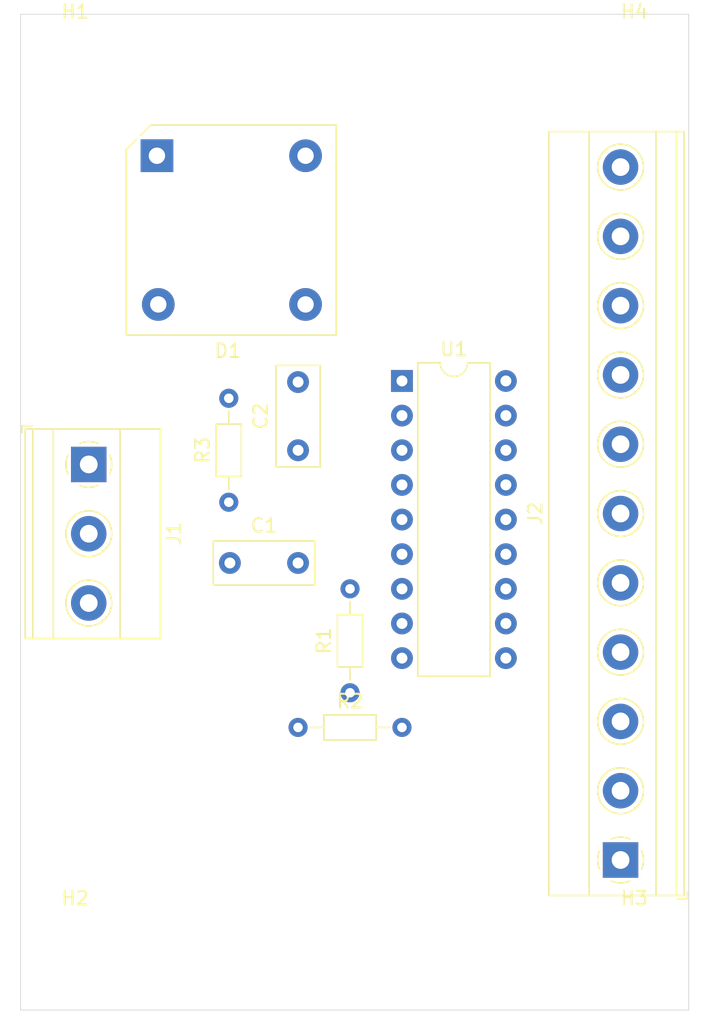
<source format=kicad_pcb>
(kicad_pcb (version 20171130) (host pcbnew "(5.1.9)-1")

  (general
    (thickness 1.6)
    (drawings 4)
    (tracks 0)
    (zones 0)
    (modules 13)
    (nets 1)
  )

  (page A4)
  (layers
    (0 F.Cu signal)
    (31 B.Cu signal)
    (32 B.Adhes user)
    (33 F.Adhes user)
    (34 B.Paste user)
    (35 F.Paste user)
    (36 B.SilkS user)
    (37 F.SilkS user)
    (38 B.Mask user)
    (39 F.Mask user)
    (40 Dwgs.User user)
    (41 Cmts.User user)
    (42 Eco1.User user)
    (43 Eco2.User user)
    (44 Edge.Cuts user)
    (45 Margin user)
    (46 B.CrtYd user)
    (47 F.CrtYd user)
    (48 B.Fab user)
    (49 F.Fab user)
  )

  (setup
    (last_trace_width 0.25)
    (trace_clearance 0.2)
    (zone_clearance 0.508)
    (zone_45_only no)
    (trace_min 0.2)
    (via_size 0.8)
    (via_drill 0.4)
    (via_min_size 0.4)
    (via_min_drill 0.3)
    (uvia_size 0.3)
    (uvia_drill 0.1)
    (uvias_allowed no)
    (uvia_min_size 0.2)
    (uvia_min_drill 0.1)
    (edge_width 0.05)
    (segment_width 0.2)
    (pcb_text_width 0.3)
    (pcb_text_size 1.5 1.5)
    (mod_edge_width 0.12)
    (mod_text_size 1 1)
    (mod_text_width 0.15)
    (pad_size 1.524 1.524)
    (pad_drill 0.762)
    (pad_to_mask_clearance 0)
    (aux_axis_origin 0 0)
    (visible_elements 7FFFFFFF)
    (pcbplotparams
      (layerselection 0x010fc_ffffffff)
      (usegerberextensions false)
      (usegerberattributes true)
      (usegerberadvancedattributes true)
      (creategerberjobfile true)
      (excludeedgelayer true)
      (linewidth 0.100000)
      (plotframeref false)
      (viasonmask false)
      (mode 1)
      (useauxorigin false)
      (hpglpennumber 1)
      (hpglpenspeed 20)
      (hpglpendiameter 15.000000)
      (psnegative false)
      (psa4output false)
      (plotreference true)
      (plotvalue true)
      (plotinvisibletext false)
      (padsonsilk false)
      (subtractmaskfromsilk false)
      (outputformat 1)
      (mirror false)
      (drillshape 1)
      (scaleselection 1)
      (outputdirectory ""))
  )

  (net 0 "")

  (net_class Default "This is the default net class."
    (clearance 0.2)
    (trace_width 0.25)
    (via_dia 0.8)
    (via_drill 0.4)
    (uvia_dia 0.3)
    (uvia_drill 0.1)
  )

  (module Capacitor_THT:C_Rect_L7.2mm_W3.0mm_P5.00mm_FKS2_FKP2_MKS2_MKP2 (layer F.Cu) (tedit 5AE50EF0) (tstamp 60175A6E)
    (at 128.35 69.225001)
    (descr "C, Rect series, Radial, pin pitch=5.00mm, , length*width=7.2*3.0mm^2, Capacitor, http://www.wima.com/EN/WIMA_FKS_2.pdf")
    (tags "C Rect series Radial pin pitch 5.00mm  length 7.2mm width 3.0mm Capacitor")
    (path /60204961)
    (fp_text reference C1 (at 2.5 -2.75) (layer F.SilkS)
      (effects (font (size 1 1) (thickness 0.15)))
    )
    (fp_text value CAP (at 2.5 2.75) (layer F.Fab)
      (effects (font (size 1 1) (thickness 0.15)))
    )
    (fp_line (start 6.35 -1.75) (end -1.35 -1.75) (layer F.CrtYd) (width 0.05))
    (fp_line (start 6.35 1.75) (end 6.35 -1.75) (layer F.CrtYd) (width 0.05))
    (fp_line (start -1.35 1.75) (end 6.35 1.75) (layer F.CrtYd) (width 0.05))
    (fp_line (start -1.35 -1.75) (end -1.35 1.75) (layer F.CrtYd) (width 0.05))
    (fp_line (start 6.22 -1.62) (end 6.22 1.62) (layer F.SilkS) (width 0.12))
    (fp_line (start -1.22 -1.62) (end -1.22 1.62) (layer F.SilkS) (width 0.12))
    (fp_line (start -1.22 1.62) (end 6.22 1.62) (layer F.SilkS) (width 0.12))
    (fp_line (start -1.22 -1.62) (end 6.22 -1.62) (layer F.SilkS) (width 0.12))
    (fp_line (start 6.1 -1.5) (end -1.1 -1.5) (layer F.Fab) (width 0.1))
    (fp_line (start 6.1 1.5) (end 6.1 -1.5) (layer F.Fab) (width 0.1))
    (fp_line (start -1.1 1.5) (end 6.1 1.5) (layer F.Fab) (width 0.1))
    (fp_line (start -1.1 -1.5) (end -1.1 1.5) (layer F.Fab) (width 0.1))
    (fp_text user %R (at 2.5 0) (layer F.Fab)
      (effects (font (size 1 1) (thickness 0.15)))
    )
    (pad 2 thru_hole circle (at 5 0) (size 1.6 1.6) (drill 0.8) (layers *.Cu *.Mask))
    (pad 1 thru_hole circle (at 0 0) (size 1.6 1.6) (drill 0.8) (layers *.Cu *.Mask))
    (model ${KISYS3DMOD}/Capacitor_THT.3dshapes/C_Rect_L7.2mm_W3.0mm_P5.00mm_FKS2_FKP2_MKS2_MKP2.wrl
      (at (xyz 0 0 0))
      (scale (xyz 1 1 1))
      (rotate (xyz 0 0 0))
    )
  )

  (module Capacitor_THT:C_Rect_L7.2mm_W3.0mm_P5.00mm_FKS2_FKP2_MKS2_MKP2 (layer F.Cu) (tedit 5AE50EF0) (tstamp 60175A81)
    (at 133.35 60.96 90)
    (descr "C, Rect series, Radial, pin pitch=5.00mm, , length*width=7.2*3.0mm^2, Capacitor, http://www.wima.com/EN/WIMA_FKS_2.pdf")
    (tags "C Rect series Radial pin pitch 5.00mm  length 7.2mm width 3.0mm Capacitor")
    (path /602036F7)
    (fp_text reference C2 (at 2.5 -2.75 90) (layer F.SilkS)
      (effects (font (size 1 1) (thickness 0.15)))
    )
    (fp_text value CAP (at 2.5 2.75 90) (layer F.Fab)
      (effects (font (size 1 1) (thickness 0.15)))
    )
    (fp_line (start -1.1 -1.5) (end -1.1 1.5) (layer F.Fab) (width 0.1))
    (fp_line (start -1.1 1.5) (end 6.1 1.5) (layer F.Fab) (width 0.1))
    (fp_line (start 6.1 1.5) (end 6.1 -1.5) (layer F.Fab) (width 0.1))
    (fp_line (start 6.1 -1.5) (end -1.1 -1.5) (layer F.Fab) (width 0.1))
    (fp_line (start -1.22 -1.62) (end 6.22 -1.62) (layer F.SilkS) (width 0.12))
    (fp_line (start -1.22 1.62) (end 6.22 1.62) (layer F.SilkS) (width 0.12))
    (fp_line (start -1.22 -1.62) (end -1.22 1.62) (layer F.SilkS) (width 0.12))
    (fp_line (start 6.22 -1.62) (end 6.22 1.62) (layer F.SilkS) (width 0.12))
    (fp_line (start -1.35 -1.75) (end -1.35 1.75) (layer F.CrtYd) (width 0.05))
    (fp_line (start -1.35 1.75) (end 6.35 1.75) (layer F.CrtYd) (width 0.05))
    (fp_line (start 6.35 1.75) (end 6.35 -1.75) (layer F.CrtYd) (width 0.05))
    (fp_line (start 6.35 -1.75) (end -1.35 -1.75) (layer F.CrtYd) (width 0.05))
    (fp_text user %R (at 2.5 0 90) (layer F.Fab)
      (effects (font (size 1 1) (thickness 0.15)))
    )
    (pad 1 thru_hole circle (at 0 0 90) (size 1.6 1.6) (drill 0.8) (layers *.Cu *.Mask))
    (pad 2 thru_hole circle (at 5 0 90) (size 1.6 1.6) (drill 0.8) (layers *.Cu *.Mask))
    (model ${KISYS3DMOD}/Capacitor_THT.3dshapes/C_Rect_L7.2mm_W3.0mm_P5.00mm_FKS2_FKP2_MKS2_MKP2.wrl
      (at (xyz 0 0 0))
      (scale (xyz 1 1 1))
      (rotate (xyz 0 0 0))
    )
  )

  (module Diode_THT:Diode_Bridge_15.1x15.1x6.3mm_P10.9mm (layer F.Cu) (tedit 5A50BF8C) (tstamp 60175A9A)
    (at 123 39.37)
    (descr "Single phase bridge rectifier case 15.1x15.1mm, pitch 10.9mm, see https://diotec.com/tl_files/diotec/files/pdf/datasheets/pb1000.pdf")
    (tags "Diode Bridge PB10xxS")
    (path /601FF0E8)
    (fp_text reference D1 (at 5.2 14.3 180) (layer F.SilkS)
      (effects (font (size 1 1) (thickness 0.15)))
    )
    (fp_text value D_Bridge_+-AA (at 5.2 -3.2 180) (layer F.Fab)
      (effects (font (size 1 1) (thickness 0.15)))
    )
    (fp_line (start -2.25 13.15) (end -2.25 -0.45) (layer F.SilkS) (width 0.12))
    (fp_line (start 13.15 13.15) (end -2.25 13.15) (layer F.SilkS) (width 0.12))
    (fp_line (start 13.15 -2.25) (end 13.15 13.15) (layer F.SilkS) (width 0.12))
    (fp_line (start -0.45 -2.25) (end 13.15 -2.25) (layer F.SilkS) (width 0.12))
    (fp_line (start -1.2 -1.5) (end -0.45 -2.25) (layer F.SilkS) (width 0.12))
    (fp_line (start -2.25 -0.45) (end -1.5 -1.2) (layer F.SilkS) (width 0.12))
    (fp_line (start -0.5 -2.35) (end 13.3 -2.35) (layer F.CrtYd) (width 0.05))
    (fp_line (start -2.35 -0.5) (end -0.5 -2.35) (layer F.CrtYd) (width 0.05))
    (fp_line (start -2.35 13.3) (end -2.35 -0.5) (layer F.CrtYd) (width 0.05))
    (fp_line (start 13.3 13.3) (end -2.35 13.3) (layer F.CrtYd) (width 0.05))
    (fp_line (start 13.3 -2.35) (end 13.3 13.3) (layer F.CrtYd) (width 0.05))
    (fp_line (start -2.1 13) (end -2.1 -0.45) (layer F.Fab) (width 0.12))
    (fp_line (start 13 13) (end -2.1 13) (layer F.Fab) (width 0.12))
    (fp_line (start 13 -2.1) (end 13 13) (layer F.Fab) (width 0.12))
    (fp_line (start -0.45 -2.1) (end 13 -2.1) (layer F.Fab) (width 0.12))
    (fp_line (start -2.1 -0.45) (end -0.45 -2.1) (layer F.Fab) (width 0.12))
    (fp_text user %R (at 5.2 5.415 180) (layer F.Fab)
      (effects (font (size 1 1) (thickness 0.15)))
    )
    (pad 3 thru_hole circle (at 10.9 10.9 180) (size 2.4 2.4) (drill 1.2) (layers *.Cu *.Mask))
    (pad 4 thru_hole circle (at 10.9 0 180) (size 2.4 2.4) (drill 1.2) (layers *.Cu *.Mask))
    (pad 1 thru_hole rect (at 0 0 180) (size 2.4 2.4) (drill 1.2) (layers *.Cu *.Mask))
    (pad 2 thru_hole circle (at 0.1 10.9 180) (size 2.4 2.4) (drill 1.2) (layers *.Cu *.Mask))
    (model ${KISYS3DMOD}/Diode_THT.3dshapes/Diode_Bridge_15.1x15.1x6.3mm_P10.9mm.wrl
      (at (xyz 0 0 0))
      (scale (xyz 1 1 1))
      (rotate (xyz 0 0 0))
    )
  )

  (module Resistor_THT:R_Axial_DIN0204_L3.6mm_D1.6mm_P7.62mm_Horizontal (layer F.Cu) (tedit 5AE5139B) (tstamp 60175B34)
    (at 137.16 78.74 90)
    (descr "Resistor, Axial_DIN0204 series, Axial, Horizontal, pin pitch=7.62mm, 0.167W, length*diameter=3.6*1.6mm^2, http://cdn-reichelt.de/documents/datenblatt/B400/1_4W%23YAG.pdf")
    (tags "Resistor Axial_DIN0204 series Axial Horizontal pin pitch 7.62mm 0.167W length 3.6mm diameter 1.6mm")
    (path /60201D80)
    (fp_text reference R1 (at 3.81 -1.92 90) (layer F.SilkS)
      (effects (font (size 1 1) (thickness 0.15)))
    )
    (fp_text value R (at 3.81 1.92 90) (layer F.Fab)
      (effects (font (size 1 1) (thickness 0.15)))
    )
    (fp_line (start 2.01 -0.8) (end 2.01 0.8) (layer F.Fab) (width 0.1))
    (fp_line (start 2.01 0.8) (end 5.61 0.8) (layer F.Fab) (width 0.1))
    (fp_line (start 5.61 0.8) (end 5.61 -0.8) (layer F.Fab) (width 0.1))
    (fp_line (start 5.61 -0.8) (end 2.01 -0.8) (layer F.Fab) (width 0.1))
    (fp_line (start 0 0) (end 2.01 0) (layer F.Fab) (width 0.1))
    (fp_line (start 7.62 0) (end 5.61 0) (layer F.Fab) (width 0.1))
    (fp_line (start 1.89 -0.92) (end 1.89 0.92) (layer F.SilkS) (width 0.12))
    (fp_line (start 1.89 0.92) (end 5.73 0.92) (layer F.SilkS) (width 0.12))
    (fp_line (start 5.73 0.92) (end 5.73 -0.92) (layer F.SilkS) (width 0.12))
    (fp_line (start 5.73 -0.92) (end 1.89 -0.92) (layer F.SilkS) (width 0.12))
    (fp_line (start 0.94 0) (end 1.89 0) (layer F.SilkS) (width 0.12))
    (fp_line (start 6.68 0) (end 5.73 0) (layer F.SilkS) (width 0.12))
    (fp_line (start -0.95 -1.05) (end -0.95 1.05) (layer F.CrtYd) (width 0.05))
    (fp_line (start -0.95 1.05) (end 8.57 1.05) (layer F.CrtYd) (width 0.05))
    (fp_line (start 8.57 1.05) (end 8.57 -1.05) (layer F.CrtYd) (width 0.05))
    (fp_line (start 8.57 -1.05) (end -0.95 -1.05) (layer F.CrtYd) (width 0.05))
    (fp_text user %R (at 3.81 0 90) (layer F.Fab)
      (effects (font (size 0.72 0.72) (thickness 0.108)))
    )
    (pad 1 thru_hole circle (at 0 0 90) (size 1.4 1.4) (drill 0.7) (layers *.Cu *.Mask))
    (pad 2 thru_hole oval (at 7.62 0 90) (size 1.4 1.4) (drill 0.7) (layers *.Cu *.Mask))
    (model ${KISYS3DMOD}/Resistor_THT.3dshapes/R_Axial_DIN0204_L3.6mm_D1.6mm_P7.62mm_Horizontal.wrl
      (at (xyz 0 0 0))
      (scale (xyz 1 1 1))
      (rotate (xyz 0 0 0))
    )
  )

  (module Resistor_THT:R_Axial_DIN0204_L3.6mm_D1.6mm_P7.62mm_Horizontal (layer F.Cu) (tedit 5AE5139B) (tstamp 60175B4B)
    (at 133.35 81.28)
    (descr "Resistor, Axial_DIN0204 series, Axial, Horizontal, pin pitch=7.62mm, 0.167W, length*diameter=3.6*1.6mm^2, http://cdn-reichelt.de/documents/datenblatt/B400/1_4W%23YAG.pdf")
    (tags "Resistor Axial_DIN0204 series Axial Horizontal pin pitch 7.62mm 0.167W length 3.6mm diameter 1.6mm")
    (path /6020346E)
    (fp_text reference R2 (at 3.81 -1.92) (layer F.SilkS)
      (effects (font (size 1 1) (thickness 0.15)))
    )
    (fp_text value R (at 3.81 1.92) (layer F.Fab)
      (effects (font (size 1 1) (thickness 0.15)))
    )
    (fp_line (start 2.01 -0.8) (end 2.01 0.8) (layer F.Fab) (width 0.1))
    (fp_line (start 2.01 0.8) (end 5.61 0.8) (layer F.Fab) (width 0.1))
    (fp_line (start 5.61 0.8) (end 5.61 -0.8) (layer F.Fab) (width 0.1))
    (fp_line (start 5.61 -0.8) (end 2.01 -0.8) (layer F.Fab) (width 0.1))
    (fp_line (start 0 0) (end 2.01 0) (layer F.Fab) (width 0.1))
    (fp_line (start 7.62 0) (end 5.61 0) (layer F.Fab) (width 0.1))
    (fp_line (start 1.89 -0.92) (end 1.89 0.92) (layer F.SilkS) (width 0.12))
    (fp_line (start 1.89 0.92) (end 5.73 0.92) (layer F.SilkS) (width 0.12))
    (fp_line (start 5.73 0.92) (end 5.73 -0.92) (layer F.SilkS) (width 0.12))
    (fp_line (start 5.73 -0.92) (end 1.89 -0.92) (layer F.SilkS) (width 0.12))
    (fp_line (start 0.94 0) (end 1.89 0) (layer F.SilkS) (width 0.12))
    (fp_line (start 6.68 0) (end 5.73 0) (layer F.SilkS) (width 0.12))
    (fp_line (start -0.95 -1.05) (end -0.95 1.05) (layer F.CrtYd) (width 0.05))
    (fp_line (start -0.95 1.05) (end 8.57 1.05) (layer F.CrtYd) (width 0.05))
    (fp_line (start 8.57 1.05) (end 8.57 -1.05) (layer F.CrtYd) (width 0.05))
    (fp_line (start 8.57 -1.05) (end -0.95 -1.05) (layer F.CrtYd) (width 0.05))
    (fp_text user %R (at 3.81 0) (layer F.Fab)
      (effects (font (size 0.72 0.72) (thickness 0.108)))
    )
    (pad 1 thru_hole circle (at 0 0) (size 1.4 1.4) (drill 0.7) (layers *.Cu *.Mask))
    (pad 2 thru_hole oval (at 7.62 0) (size 1.4 1.4) (drill 0.7) (layers *.Cu *.Mask))
    (model ${KISYS3DMOD}/Resistor_THT.3dshapes/R_Axial_DIN0204_L3.6mm_D1.6mm_P7.62mm_Horizontal.wrl
      (at (xyz 0 0 0))
      (scale (xyz 1 1 1))
      (rotate (xyz 0 0 0))
    )
  )

  (module Resistor_THT:R_Axial_DIN0204_L3.6mm_D1.6mm_P7.62mm_Horizontal (layer F.Cu) (tedit 5AE5139B) (tstamp 60175B62)
    (at 128.27 64.77 90)
    (descr "Resistor, Axial_DIN0204 series, Axial, Horizontal, pin pitch=7.62mm, 0.167W, length*diameter=3.6*1.6mm^2, http://cdn-reichelt.de/documents/datenblatt/B400/1_4W%23YAG.pdf")
    (tags "Resistor Axial_DIN0204 series Axial Horizontal pin pitch 7.62mm 0.167W length 3.6mm diameter 1.6mm")
    (path /60202A74)
    (fp_text reference R3 (at 3.81 -1.92 90) (layer F.SilkS)
      (effects (font (size 1 1) (thickness 0.15)))
    )
    (fp_text value R (at 3.81 1.92 90) (layer F.Fab)
      (effects (font (size 1 1) (thickness 0.15)))
    )
    (fp_line (start 8.57 -1.05) (end -0.95 -1.05) (layer F.CrtYd) (width 0.05))
    (fp_line (start 8.57 1.05) (end 8.57 -1.05) (layer F.CrtYd) (width 0.05))
    (fp_line (start -0.95 1.05) (end 8.57 1.05) (layer F.CrtYd) (width 0.05))
    (fp_line (start -0.95 -1.05) (end -0.95 1.05) (layer F.CrtYd) (width 0.05))
    (fp_line (start 6.68 0) (end 5.73 0) (layer F.SilkS) (width 0.12))
    (fp_line (start 0.94 0) (end 1.89 0) (layer F.SilkS) (width 0.12))
    (fp_line (start 5.73 -0.92) (end 1.89 -0.92) (layer F.SilkS) (width 0.12))
    (fp_line (start 5.73 0.92) (end 5.73 -0.92) (layer F.SilkS) (width 0.12))
    (fp_line (start 1.89 0.92) (end 5.73 0.92) (layer F.SilkS) (width 0.12))
    (fp_line (start 1.89 -0.92) (end 1.89 0.92) (layer F.SilkS) (width 0.12))
    (fp_line (start 7.62 0) (end 5.61 0) (layer F.Fab) (width 0.1))
    (fp_line (start 0 0) (end 2.01 0) (layer F.Fab) (width 0.1))
    (fp_line (start 5.61 -0.8) (end 2.01 -0.8) (layer F.Fab) (width 0.1))
    (fp_line (start 5.61 0.8) (end 5.61 -0.8) (layer F.Fab) (width 0.1))
    (fp_line (start 2.01 0.8) (end 5.61 0.8) (layer F.Fab) (width 0.1))
    (fp_line (start 2.01 -0.8) (end 2.01 0.8) (layer F.Fab) (width 0.1))
    (fp_text user %R (at 3.81 0 90) (layer F.Fab)
      (effects (font (size 0.72 0.72) (thickness 0.108)))
    )
    (pad 2 thru_hole oval (at 7.62 0 90) (size 1.4 1.4) (drill 0.7) (layers *.Cu *.Mask))
    (pad 1 thru_hole circle (at 0 0 90) (size 1.4 1.4) (drill 0.7) (layers *.Cu *.Mask))
    (model ${KISYS3DMOD}/Resistor_THT.3dshapes/R_Axial_DIN0204_L3.6mm_D1.6mm_P7.62mm_Horizontal.wrl
      (at (xyz 0 0 0))
      (scale (xyz 1 1 1))
      (rotate (xyz 0 0 0))
    )
  )

  (module Package_DIP:DIP-18_W7.62mm (layer F.Cu) (tedit 5A02E8C5) (tstamp 60175B88)
    (at 140.97 55.88)
    (descr "18-lead though-hole mounted DIP package, row spacing 7.62 mm (300 mils)")
    (tags "THT DIP DIL PDIP 2.54mm 7.62mm 300mil")
    (path /601FA1CF)
    (fp_text reference U1 (at 3.81 -2.33) (layer F.SilkS)
      (effects (font (size 1 1) (thickness 0.15)))
    )
    (fp_text value PIC16F54-IP (at 3.81 22.65) (layer F.Fab)
      (effects (font (size 1 1) (thickness 0.15)))
    )
    (fp_line (start 1.635 -1.27) (end 6.985 -1.27) (layer F.Fab) (width 0.1))
    (fp_line (start 6.985 -1.27) (end 6.985 21.59) (layer F.Fab) (width 0.1))
    (fp_line (start 6.985 21.59) (end 0.635 21.59) (layer F.Fab) (width 0.1))
    (fp_line (start 0.635 21.59) (end 0.635 -0.27) (layer F.Fab) (width 0.1))
    (fp_line (start 0.635 -0.27) (end 1.635 -1.27) (layer F.Fab) (width 0.1))
    (fp_line (start 2.81 -1.33) (end 1.16 -1.33) (layer F.SilkS) (width 0.12))
    (fp_line (start 1.16 -1.33) (end 1.16 21.65) (layer F.SilkS) (width 0.12))
    (fp_line (start 1.16 21.65) (end 6.46 21.65) (layer F.SilkS) (width 0.12))
    (fp_line (start 6.46 21.65) (end 6.46 -1.33) (layer F.SilkS) (width 0.12))
    (fp_line (start 6.46 -1.33) (end 4.81 -1.33) (layer F.SilkS) (width 0.12))
    (fp_line (start -1.1 -1.55) (end -1.1 21.85) (layer F.CrtYd) (width 0.05))
    (fp_line (start -1.1 21.85) (end 8.7 21.85) (layer F.CrtYd) (width 0.05))
    (fp_line (start 8.7 21.85) (end 8.7 -1.55) (layer F.CrtYd) (width 0.05))
    (fp_line (start 8.7 -1.55) (end -1.1 -1.55) (layer F.CrtYd) (width 0.05))
    (fp_arc (start 3.81 -1.33) (end 2.81 -1.33) (angle -180) (layer F.SilkS) (width 0.12))
    (fp_text user %R (at 3.81 10.16) (layer F.Fab)
      (effects (font (size 1 1) (thickness 0.15)))
    )
    (pad 1 thru_hole rect (at 0 0) (size 1.6 1.6) (drill 0.8) (layers *.Cu *.Mask))
    (pad 10 thru_hole oval (at 7.62 20.32) (size 1.6 1.6) (drill 0.8) (layers *.Cu *.Mask))
    (pad 2 thru_hole oval (at 0 2.54) (size 1.6 1.6) (drill 0.8) (layers *.Cu *.Mask))
    (pad 11 thru_hole oval (at 7.62 17.78) (size 1.6 1.6) (drill 0.8) (layers *.Cu *.Mask))
    (pad 3 thru_hole oval (at 0 5.08) (size 1.6 1.6) (drill 0.8) (layers *.Cu *.Mask))
    (pad 12 thru_hole oval (at 7.62 15.24) (size 1.6 1.6) (drill 0.8) (layers *.Cu *.Mask))
    (pad 4 thru_hole oval (at 0 7.62) (size 1.6 1.6) (drill 0.8) (layers *.Cu *.Mask))
    (pad 13 thru_hole oval (at 7.62 12.7) (size 1.6 1.6) (drill 0.8) (layers *.Cu *.Mask))
    (pad 5 thru_hole oval (at 0 10.16) (size 1.6 1.6) (drill 0.8) (layers *.Cu *.Mask))
    (pad 14 thru_hole oval (at 7.62 10.16) (size 1.6 1.6) (drill 0.8) (layers *.Cu *.Mask))
    (pad 6 thru_hole oval (at 0 12.7) (size 1.6 1.6) (drill 0.8) (layers *.Cu *.Mask))
    (pad 15 thru_hole oval (at 7.62 7.62) (size 1.6 1.6) (drill 0.8) (layers *.Cu *.Mask))
    (pad 7 thru_hole oval (at 0 15.24) (size 1.6 1.6) (drill 0.8) (layers *.Cu *.Mask))
    (pad 16 thru_hole oval (at 7.62 5.08) (size 1.6 1.6) (drill 0.8) (layers *.Cu *.Mask))
    (pad 8 thru_hole oval (at 0 17.78) (size 1.6 1.6) (drill 0.8) (layers *.Cu *.Mask))
    (pad 17 thru_hole oval (at 7.62 2.54) (size 1.6 1.6) (drill 0.8) (layers *.Cu *.Mask))
    (pad 9 thru_hole oval (at 0 20.32) (size 1.6 1.6) (drill 0.8) (layers *.Cu *.Mask))
    (pad 18 thru_hole oval (at 7.62 0) (size 1.6 1.6) (drill 0.8) (layers *.Cu *.Mask))
    (model ${KISYS3DMOD}/Package_DIP.3dshapes/DIP-18_W7.62mm.wrl
      (at (xyz 0 0 0))
      (scale (xyz 1 1 1))
      (rotate (xyz 0 0 0))
    )
  )

  (module MountingHole:MountingHole_3.2mm_M3 (layer F.Cu) (tedit 56D1B4CB) (tstamp 60185F5E)
    (at 117 33)
    (descr "Mounting Hole 3.2mm, no annular, M3")
    (tags "mounting hole 3.2mm no annular m3")
    (path /60188AEA)
    (attr virtual)
    (fp_text reference H1 (at 0 -4.2) (layer F.SilkS)
      (effects (font (size 1 1) (thickness 0.15)))
    )
    (fp_text value MountingHole (at 0 4.2) (layer F.Fab)
      (effects (font (size 1 1) (thickness 0.15)))
    )
    (fp_circle (center 0 0) (end 3.45 0) (layer F.CrtYd) (width 0.05))
    (fp_circle (center 0 0) (end 3.2 0) (layer Cmts.User) (width 0.15))
    (fp_text user %R (at 0.3 0) (layer F.Fab)
      (effects (font (size 1 1) (thickness 0.15)))
    )
    (pad 1 np_thru_hole circle (at 0 0) (size 3.2 3.2) (drill 3.2) (layers *.Cu *.Mask))
  )

  (module MountingHole:MountingHole_3.2mm_M3 (layer F.Cu) (tedit 56D1B4CB) (tstamp 60185F66)
    (at 117 98)
    (descr "Mounting Hole 3.2mm, no annular, M3")
    (tags "mounting hole 3.2mm no annular m3")
    (path /60189541)
    (attr virtual)
    (fp_text reference H2 (at 0 -4.2) (layer F.SilkS)
      (effects (font (size 1 1) (thickness 0.15)))
    )
    (fp_text value MountingHole (at 0 4.2) (layer F.Fab)
      (effects (font (size 1 1) (thickness 0.15)))
    )
    (fp_text user %R (at 0.3 0) (layer F.Fab)
      (effects (font (size 1 1) (thickness 0.15)))
    )
    (fp_circle (center 0 0) (end 3.2 0) (layer Cmts.User) (width 0.15))
    (fp_circle (center 0 0) (end 3.45 0) (layer F.CrtYd) (width 0.05))
    (pad 1 np_thru_hole circle (at 0 0) (size 3.2 3.2) (drill 3.2) (layers *.Cu *.Mask))
  )

  (module MountingHole:MountingHole_3.2mm_M3 (layer F.Cu) (tedit 56D1B4CB) (tstamp 60185F6E)
    (at 158 98)
    (descr "Mounting Hole 3.2mm, no annular, M3")
    (tags "mounting hole 3.2mm no annular m3")
    (path /60189807)
    (attr virtual)
    (fp_text reference H3 (at 0 -4.2) (layer F.SilkS)
      (effects (font (size 1 1) (thickness 0.15)))
    )
    (fp_text value MountingHole (at 0 4.2) (layer F.Fab)
      (effects (font (size 1 1) (thickness 0.15)))
    )
    (fp_circle (center 0 0) (end 3.45 0) (layer F.CrtYd) (width 0.05))
    (fp_circle (center 0 0) (end 3.2 0) (layer Cmts.User) (width 0.15))
    (fp_text user %R (at 0.3 0) (layer F.Fab)
      (effects (font (size 1 1) (thickness 0.15)))
    )
    (pad 1 np_thru_hole circle (at 0 0) (size 3.2 3.2) (drill 3.2) (layers *.Cu *.Mask))
  )

  (module MountingHole:MountingHole_3.2mm_M3 (layer F.Cu) (tedit 56D1B4CB) (tstamp 60185F76)
    (at 158 33)
    (descr "Mounting Hole 3.2mm, no annular, M3")
    (tags "mounting hole 3.2mm no annular m3")
    (path /60189B2E)
    (attr virtual)
    (fp_text reference H4 (at 0 -4.2) (layer F.SilkS)
      (effects (font (size 1 1) (thickness 0.15)))
    )
    (fp_text value MountingHole (at 0 4.2) (layer F.Fab)
      (effects (font (size 1 1) (thickness 0.15)))
    )
    (fp_text user %R (at 0.3 0) (layer F.Fab)
      (effects (font (size 1 1) (thickness 0.15)))
    )
    (fp_circle (center 0 0) (end 3.2 0) (layer Cmts.User) (width 0.15))
    (fp_circle (center 0 0) (end 3.45 0) (layer F.CrtYd) (width 0.05))
    (pad 1 np_thru_hole circle (at 0 0) (size 3.2 3.2) (drill 3.2) (layers *.Cu *.Mask))
  )

  (module TerminalBlock_Phoenix:TerminalBlock_Phoenix_MKDS-1,5-3-5.08_1x03_P5.08mm_Horizontal (layer F.Cu) (tedit 5B294EBC) (tstamp 60185FAB)
    (at 118 62 270)
    (descr "Terminal Block Phoenix MKDS-1,5-3-5.08, 3 pins, pitch 5.08mm, size 15.2x9.8mm^2, drill diamater 1.3mm, pad diameter 2.6mm, see http://www.farnell.com/datasheets/100425.pdf, script-generated using https://github.com/pointhi/kicad-footprint-generator/scripts/TerminalBlock_Phoenix")
    (tags "THT Terminal Block Phoenix MKDS-1,5-3-5.08 pitch 5.08mm size 15.2x9.8mm^2 drill 1.3mm pad 2.6mm")
    (path /60187D41)
    (fp_text reference J1 (at 5.08 -6.26 90) (layer F.SilkS)
      (effects (font (size 1 1) (thickness 0.15)))
    )
    (fp_text value Screw_Terminal_01x03 (at 5.08 5.66 90) (layer F.Fab)
      (effects (font (size 1 1) (thickness 0.15)))
    )
    (fp_line (start 13.21 -5.71) (end -3.04 -5.71) (layer F.CrtYd) (width 0.05))
    (fp_line (start 13.21 5.1) (end 13.21 -5.71) (layer F.CrtYd) (width 0.05))
    (fp_line (start -3.04 5.1) (end 13.21 5.1) (layer F.CrtYd) (width 0.05))
    (fp_line (start -3.04 -5.71) (end -3.04 5.1) (layer F.CrtYd) (width 0.05))
    (fp_line (start -2.84 4.9) (end -2.34 4.9) (layer F.SilkS) (width 0.12))
    (fp_line (start -2.84 4.16) (end -2.84 4.9) (layer F.SilkS) (width 0.12))
    (fp_line (start 8.933 1.023) (end 8.886 1.069) (layer F.SilkS) (width 0.12))
    (fp_line (start 11.23 -1.275) (end 11.195 -1.239) (layer F.SilkS) (width 0.12))
    (fp_line (start 9.126 1.239) (end 9.091 1.274) (layer F.SilkS) (width 0.12))
    (fp_line (start 11.435 -1.069) (end 11.388 -1.023) (layer F.SilkS) (width 0.12))
    (fp_line (start 11.115 -1.138) (end 9.023 0.955) (layer F.Fab) (width 0.1))
    (fp_line (start 11.298 -0.955) (end 9.206 1.138) (layer F.Fab) (width 0.1))
    (fp_line (start 3.853 1.023) (end 3.806 1.069) (layer F.SilkS) (width 0.12))
    (fp_line (start 6.15 -1.275) (end 6.115 -1.239) (layer F.SilkS) (width 0.12))
    (fp_line (start 4.046 1.239) (end 4.011 1.274) (layer F.SilkS) (width 0.12))
    (fp_line (start 6.355 -1.069) (end 6.308 -1.023) (layer F.SilkS) (width 0.12))
    (fp_line (start 6.035 -1.138) (end 3.943 0.955) (layer F.Fab) (width 0.1))
    (fp_line (start 6.218 -0.955) (end 4.126 1.138) (layer F.Fab) (width 0.1))
    (fp_line (start 0.955 -1.138) (end -1.138 0.955) (layer F.Fab) (width 0.1))
    (fp_line (start 1.138 -0.955) (end -0.955 1.138) (layer F.Fab) (width 0.1))
    (fp_line (start 12.76 -5.261) (end 12.76 4.66) (layer F.SilkS) (width 0.12))
    (fp_line (start -2.6 -5.261) (end -2.6 4.66) (layer F.SilkS) (width 0.12))
    (fp_line (start -2.6 4.66) (end 12.76 4.66) (layer F.SilkS) (width 0.12))
    (fp_line (start -2.6 -5.261) (end 12.76 -5.261) (layer F.SilkS) (width 0.12))
    (fp_line (start -2.6 -2.301) (end 12.76 -2.301) (layer F.SilkS) (width 0.12))
    (fp_line (start -2.54 -2.3) (end 12.7 -2.3) (layer F.Fab) (width 0.1))
    (fp_line (start -2.6 2.6) (end 12.76 2.6) (layer F.SilkS) (width 0.12))
    (fp_line (start -2.54 2.6) (end 12.7 2.6) (layer F.Fab) (width 0.1))
    (fp_line (start -2.6 4.1) (end 12.76 4.1) (layer F.SilkS) (width 0.12))
    (fp_line (start -2.54 4.1) (end 12.7 4.1) (layer F.Fab) (width 0.1))
    (fp_line (start -2.54 4.1) (end -2.54 -5.2) (layer F.Fab) (width 0.1))
    (fp_line (start -2.04 4.6) (end -2.54 4.1) (layer F.Fab) (width 0.1))
    (fp_line (start 12.7 4.6) (end -2.04 4.6) (layer F.Fab) (width 0.1))
    (fp_line (start 12.7 -5.2) (end 12.7 4.6) (layer F.Fab) (width 0.1))
    (fp_line (start -2.54 -5.2) (end 12.7 -5.2) (layer F.Fab) (width 0.1))
    (fp_circle (center 10.16 0) (end 11.84 0) (layer F.SilkS) (width 0.12))
    (fp_circle (center 10.16 0) (end 11.66 0) (layer F.Fab) (width 0.1))
    (fp_circle (center 5.08 0) (end 6.76 0) (layer F.SilkS) (width 0.12))
    (fp_circle (center 5.08 0) (end 6.58 0) (layer F.Fab) (width 0.1))
    (fp_circle (center 0 0) (end 1.5 0) (layer F.Fab) (width 0.1))
    (fp_arc (start 0 0) (end 0 1.68) (angle -24) (layer F.SilkS) (width 0.12))
    (fp_arc (start 0 0) (end 1.535 0.684) (angle -48) (layer F.SilkS) (width 0.12))
    (fp_arc (start 0 0) (end 0.684 -1.535) (angle -48) (layer F.SilkS) (width 0.12))
    (fp_arc (start 0 0) (end -1.535 -0.684) (angle -48) (layer F.SilkS) (width 0.12))
    (fp_arc (start 0 0) (end -0.684 1.535) (angle -25) (layer F.SilkS) (width 0.12))
    (fp_text user %R (at 5.08 3.2 90) (layer F.Fab)
      (effects (font (size 1 1) (thickness 0.15)))
    )
    (pad 1 thru_hole rect (at 0 0 270) (size 2.6 2.6) (drill 1.3) (layers *.Cu *.Mask))
    (pad 2 thru_hole circle (at 5.08 0 270) (size 2.6 2.6) (drill 1.3) (layers *.Cu *.Mask))
    (pad 3 thru_hole circle (at 10.16 0 270) (size 2.6 2.6) (drill 1.3) (layers *.Cu *.Mask))
    (model ${KISYS3DMOD}/TerminalBlock_Phoenix.3dshapes/TerminalBlock_Phoenix_MKDS-1,5-3-5.08_1x03_P5.08mm_Horizontal.wrl
      (at (xyz 0 0 0))
      (scale (xyz 1 1 1))
      (rotate (xyz 0 0 0))
    )
  )

  (module TerminalBlock_Phoenix:TerminalBlock_Phoenix_MKDS-1,5-11-5.08_1x11_P5.08mm_Horizontal (layer F.Cu) (tedit 5B294EC8) (tstamp 60186028)
    (at 157 91 90)
    (descr "Terminal Block Phoenix MKDS-1,5-11-5.08, 11 pins, pitch 5.08mm, size 55.9x9.8mm^2, drill diamater 1.3mm, pad diameter 2.6mm, see http://www.farnell.com/datasheets/100425.pdf, script-generated using https://github.com/pointhi/kicad-footprint-generator/scripts/TerminalBlock_Phoenix")
    (tags "THT Terminal Block Phoenix MKDS-1,5-11-5.08 pitch 5.08mm size 55.9x9.8mm^2 drill 1.3mm pad 2.6mm")
    (path /60186000)
    (fp_text reference J2 (at 25.4 -6.26 90) (layer F.SilkS)
      (effects (font (size 1 1) (thickness 0.15)))
    )
    (fp_text value Screw_Terminal_01x11 (at 25.4 5.66 90) (layer F.Fab)
      (effects (font (size 1 1) (thickness 0.15)))
    )
    (fp_line (start 53.84 -5.71) (end -3.04 -5.71) (layer F.CrtYd) (width 0.05))
    (fp_line (start 53.84 5.1) (end 53.84 -5.71) (layer F.CrtYd) (width 0.05))
    (fp_line (start -3.04 5.1) (end 53.84 5.1) (layer F.CrtYd) (width 0.05))
    (fp_line (start -3.04 -5.71) (end -3.04 5.1) (layer F.CrtYd) (width 0.05))
    (fp_line (start -2.84 4.9) (end -2.34 4.9) (layer F.SilkS) (width 0.12))
    (fp_line (start -2.84 4.16) (end -2.84 4.9) (layer F.SilkS) (width 0.12))
    (fp_line (start 49.573 1.023) (end 49.526 1.069) (layer F.SilkS) (width 0.12))
    (fp_line (start 51.87 -1.275) (end 51.835 -1.239) (layer F.SilkS) (width 0.12))
    (fp_line (start 49.766 1.239) (end 49.731 1.274) (layer F.SilkS) (width 0.12))
    (fp_line (start 52.075 -1.069) (end 52.028 -1.023) (layer F.SilkS) (width 0.12))
    (fp_line (start 51.755 -1.138) (end 49.663 0.955) (layer F.Fab) (width 0.1))
    (fp_line (start 51.938 -0.955) (end 49.846 1.138) (layer F.Fab) (width 0.1))
    (fp_line (start 44.493 1.023) (end 44.446 1.069) (layer F.SilkS) (width 0.12))
    (fp_line (start 46.79 -1.275) (end 46.755 -1.239) (layer F.SilkS) (width 0.12))
    (fp_line (start 44.686 1.239) (end 44.651 1.274) (layer F.SilkS) (width 0.12))
    (fp_line (start 46.995 -1.069) (end 46.948 -1.023) (layer F.SilkS) (width 0.12))
    (fp_line (start 46.675 -1.138) (end 44.583 0.955) (layer F.Fab) (width 0.1))
    (fp_line (start 46.858 -0.955) (end 44.766 1.138) (layer F.Fab) (width 0.1))
    (fp_line (start 39.413 1.023) (end 39.366 1.069) (layer F.SilkS) (width 0.12))
    (fp_line (start 41.71 -1.275) (end 41.675 -1.239) (layer F.SilkS) (width 0.12))
    (fp_line (start 39.606 1.239) (end 39.571 1.274) (layer F.SilkS) (width 0.12))
    (fp_line (start 41.915 -1.069) (end 41.868 -1.023) (layer F.SilkS) (width 0.12))
    (fp_line (start 41.595 -1.138) (end 39.503 0.955) (layer F.Fab) (width 0.1))
    (fp_line (start 41.778 -0.955) (end 39.686 1.138) (layer F.Fab) (width 0.1))
    (fp_line (start 34.333 1.023) (end 34.286 1.069) (layer F.SilkS) (width 0.12))
    (fp_line (start 36.63 -1.275) (end 36.595 -1.239) (layer F.SilkS) (width 0.12))
    (fp_line (start 34.526 1.239) (end 34.491 1.274) (layer F.SilkS) (width 0.12))
    (fp_line (start 36.835 -1.069) (end 36.788 -1.023) (layer F.SilkS) (width 0.12))
    (fp_line (start 36.515 -1.138) (end 34.423 0.955) (layer F.Fab) (width 0.1))
    (fp_line (start 36.698 -0.955) (end 34.606 1.138) (layer F.Fab) (width 0.1))
    (fp_line (start 29.253 1.023) (end 29.206 1.069) (layer F.SilkS) (width 0.12))
    (fp_line (start 31.55 -1.275) (end 31.515 -1.239) (layer F.SilkS) (width 0.12))
    (fp_line (start 29.446 1.239) (end 29.411 1.274) (layer F.SilkS) (width 0.12))
    (fp_line (start 31.755 -1.069) (end 31.708 -1.023) (layer F.SilkS) (width 0.12))
    (fp_line (start 31.435 -1.138) (end 29.343 0.955) (layer F.Fab) (width 0.1))
    (fp_line (start 31.618 -0.955) (end 29.526 1.138) (layer F.Fab) (width 0.1))
    (fp_line (start 24.173 1.023) (end 24.126 1.069) (layer F.SilkS) (width 0.12))
    (fp_line (start 26.47 -1.275) (end 26.435 -1.239) (layer F.SilkS) (width 0.12))
    (fp_line (start 24.366 1.239) (end 24.331 1.274) (layer F.SilkS) (width 0.12))
    (fp_line (start 26.675 -1.069) (end 26.628 -1.023) (layer F.SilkS) (width 0.12))
    (fp_line (start 26.355 -1.138) (end 24.263 0.955) (layer F.Fab) (width 0.1))
    (fp_line (start 26.538 -0.955) (end 24.446 1.138) (layer F.Fab) (width 0.1))
    (fp_line (start 19.093 1.023) (end 19.046 1.069) (layer F.SilkS) (width 0.12))
    (fp_line (start 21.39 -1.275) (end 21.355 -1.239) (layer F.SilkS) (width 0.12))
    (fp_line (start 19.286 1.239) (end 19.251 1.274) (layer F.SilkS) (width 0.12))
    (fp_line (start 21.595 -1.069) (end 21.548 -1.023) (layer F.SilkS) (width 0.12))
    (fp_line (start 21.275 -1.138) (end 19.183 0.955) (layer F.Fab) (width 0.1))
    (fp_line (start 21.458 -0.955) (end 19.366 1.138) (layer F.Fab) (width 0.1))
    (fp_line (start 14.013 1.023) (end 13.966 1.069) (layer F.SilkS) (width 0.12))
    (fp_line (start 16.31 -1.275) (end 16.275 -1.239) (layer F.SilkS) (width 0.12))
    (fp_line (start 14.206 1.239) (end 14.171 1.274) (layer F.SilkS) (width 0.12))
    (fp_line (start 16.515 -1.069) (end 16.468 -1.023) (layer F.SilkS) (width 0.12))
    (fp_line (start 16.195 -1.138) (end 14.103 0.955) (layer F.Fab) (width 0.1))
    (fp_line (start 16.378 -0.955) (end 14.286 1.138) (layer F.Fab) (width 0.1))
    (fp_line (start 8.933 1.023) (end 8.886 1.069) (layer F.SilkS) (width 0.12))
    (fp_line (start 11.23 -1.275) (end 11.195 -1.239) (layer F.SilkS) (width 0.12))
    (fp_line (start 9.126 1.239) (end 9.091 1.274) (layer F.SilkS) (width 0.12))
    (fp_line (start 11.435 -1.069) (end 11.388 -1.023) (layer F.SilkS) (width 0.12))
    (fp_line (start 11.115 -1.138) (end 9.023 0.955) (layer F.Fab) (width 0.1))
    (fp_line (start 11.298 -0.955) (end 9.206 1.138) (layer F.Fab) (width 0.1))
    (fp_line (start 3.853 1.023) (end 3.806 1.069) (layer F.SilkS) (width 0.12))
    (fp_line (start 6.15 -1.275) (end 6.115 -1.239) (layer F.SilkS) (width 0.12))
    (fp_line (start 4.046 1.239) (end 4.011 1.274) (layer F.SilkS) (width 0.12))
    (fp_line (start 6.355 -1.069) (end 6.308 -1.023) (layer F.SilkS) (width 0.12))
    (fp_line (start 6.035 -1.138) (end 3.943 0.955) (layer F.Fab) (width 0.1))
    (fp_line (start 6.218 -0.955) (end 4.126 1.138) (layer F.Fab) (width 0.1))
    (fp_line (start 0.955 -1.138) (end -1.138 0.955) (layer F.Fab) (width 0.1))
    (fp_line (start 1.138 -0.955) (end -0.955 1.138) (layer F.Fab) (width 0.1))
    (fp_line (start 53.4 -5.261) (end 53.4 4.66) (layer F.SilkS) (width 0.12))
    (fp_line (start -2.6 -5.261) (end -2.6 4.66) (layer F.SilkS) (width 0.12))
    (fp_line (start -2.6 4.66) (end 53.4 4.66) (layer F.SilkS) (width 0.12))
    (fp_line (start -2.6 -5.261) (end 53.4 -5.261) (layer F.SilkS) (width 0.12))
    (fp_line (start -2.6 -2.301) (end 53.4 -2.301) (layer F.SilkS) (width 0.12))
    (fp_line (start -2.54 -2.3) (end 53.34 -2.3) (layer F.Fab) (width 0.1))
    (fp_line (start -2.6 2.6) (end 53.4 2.6) (layer F.SilkS) (width 0.12))
    (fp_line (start -2.54 2.6) (end 53.34 2.6) (layer F.Fab) (width 0.1))
    (fp_line (start -2.6 4.1) (end 53.4 4.1) (layer F.SilkS) (width 0.12))
    (fp_line (start -2.54 4.1) (end 53.34 4.1) (layer F.Fab) (width 0.1))
    (fp_line (start -2.54 4.1) (end -2.54 -5.2) (layer F.Fab) (width 0.1))
    (fp_line (start -2.04 4.6) (end -2.54 4.1) (layer F.Fab) (width 0.1))
    (fp_line (start 53.34 4.6) (end -2.04 4.6) (layer F.Fab) (width 0.1))
    (fp_line (start 53.34 -5.2) (end 53.34 4.6) (layer F.Fab) (width 0.1))
    (fp_line (start -2.54 -5.2) (end 53.34 -5.2) (layer F.Fab) (width 0.1))
    (fp_circle (center 50.8 0) (end 52.48 0) (layer F.SilkS) (width 0.12))
    (fp_circle (center 50.8 0) (end 52.3 0) (layer F.Fab) (width 0.1))
    (fp_circle (center 45.72 0) (end 47.4 0) (layer F.SilkS) (width 0.12))
    (fp_circle (center 45.72 0) (end 47.22 0) (layer F.Fab) (width 0.1))
    (fp_circle (center 40.64 0) (end 42.32 0) (layer F.SilkS) (width 0.12))
    (fp_circle (center 40.64 0) (end 42.14 0) (layer F.Fab) (width 0.1))
    (fp_circle (center 35.56 0) (end 37.24 0) (layer F.SilkS) (width 0.12))
    (fp_circle (center 35.56 0) (end 37.06 0) (layer F.Fab) (width 0.1))
    (fp_circle (center 30.48 0) (end 32.16 0) (layer F.SilkS) (width 0.12))
    (fp_circle (center 30.48 0) (end 31.98 0) (layer F.Fab) (width 0.1))
    (fp_circle (center 25.4 0) (end 27.08 0) (layer F.SilkS) (width 0.12))
    (fp_circle (center 25.4 0) (end 26.9 0) (layer F.Fab) (width 0.1))
    (fp_circle (center 20.32 0) (end 22 0) (layer F.SilkS) (width 0.12))
    (fp_circle (center 20.32 0) (end 21.82 0) (layer F.Fab) (width 0.1))
    (fp_circle (center 15.24 0) (end 16.92 0) (layer F.SilkS) (width 0.12))
    (fp_circle (center 15.24 0) (end 16.74 0) (layer F.Fab) (width 0.1))
    (fp_circle (center 10.16 0) (end 11.84 0) (layer F.SilkS) (width 0.12))
    (fp_circle (center 10.16 0) (end 11.66 0) (layer F.Fab) (width 0.1))
    (fp_circle (center 5.08 0) (end 6.76 0) (layer F.SilkS) (width 0.12))
    (fp_circle (center 5.08 0) (end 6.58 0) (layer F.Fab) (width 0.1))
    (fp_circle (center 0 0) (end 1.5 0) (layer F.Fab) (width 0.1))
    (fp_arc (start 0 0) (end 0 1.68) (angle -24) (layer F.SilkS) (width 0.12))
    (fp_arc (start 0 0) (end 1.535 0.684) (angle -48) (layer F.SilkS) (width 0.12))
    (fp_arc (start 0 0) (end 0.684 -1.535) (angle -48) (layer F.SilkS) (width 0.12))
    (fp_arc (start 0 0) (end -1.535 -0.684) (angle -48) (layer F.SilkS) (width 0.12))
    (fp_arc (start 0 0) (end -0.684 1.535) (angle -25) (layer F.SilkS) (width 0.12))
    (fp_text user %R (at 25.4 3.2 90) (layer F.Fab)
      (effects (font (size 1 1) (thickness 0.15)))
    )
    (pad 1 thru_hole rect (at 0 0 90) (size 2.6 2.6) (drill 1.3) (layers *.Cu *.Mask))
    (pad 2 thru_hole circle (at 5.08 0 90) (size 2.6 2.6) (drill 1.3) (layers *.Cu *.Mask))
    (pad 3 thru_hole circle (at 10.16 0 90) (size 2.6 2.6) (drill 1.3) (layers *.Cu *.Mask))
    (pad 4 thru_hole circle (at 15.24 0 90) (size 2.6 2.6) (drill 1.3) (layers *.Cu *.Mask))
    (pad 5 thru_hole circle (at 20.32 0 90) (size 2.6 2.6) (drill 1.3) (layers *.Cu *.Mask))
    (pad 6 thru_hole circle (at 25.4 0 90) (size 2.6 2.6) (drill 1.3) (layers *.Cu *.Mask))
    (pad 7 thru_hole circle (at 30.48 0 90) (size 2.6 2.6) (drill 1.3) (layers *.Cu *.Mask))
    (pad 8 thru_hole circle (at 35.56 0 90) (size 2.6 2.6) (drill 1.3) (layers *.Cu *.Mask))
    (pad 9 thru_hole circle (at 40.64 0 90) (size 2.6 2.6) (drill 1.3) (layers *.Cu *.Mask))
    (pad 10 thru_hole circle (at 45.72 0 90) (size 2.6 2.6) (drill 1.3) (layers *.Cu *.Mask))
    (pad 11 thru_hole circle (at 50.8 0 90) (size 2.6 2.6) (drill 1.3) (layers *.Cu *.Mask))
    (model ${KISYS3DMOD}/TerminalBlock_Phoenix.3dshapes/TerminalBlock_Phoenix_MKDS-1,5-11-5.08_1x11_P5.08mm_Horizontal.wrl
      (at (xyz 0 0 0))
      (scale (xyz 1 1 1))
      (rotate (xyz 0 0 0))
    )
  )

  (gr_line (start 113 29) (end 162 29) (layer Edge.Cuts) (width 0.05) (tstamp 60186494))
  (gr_line (start 113 102) (end 113 29) (layer Edge.Cuts) (width 0.05))
  (gr_line (start 162 102) (end 113 102) (layer Edge.Cuts) (width 0.05))
  (gr_line (start 162 29) (end 162 102) (layer Edge.Cuts) (width 0.05))

)

</source>
